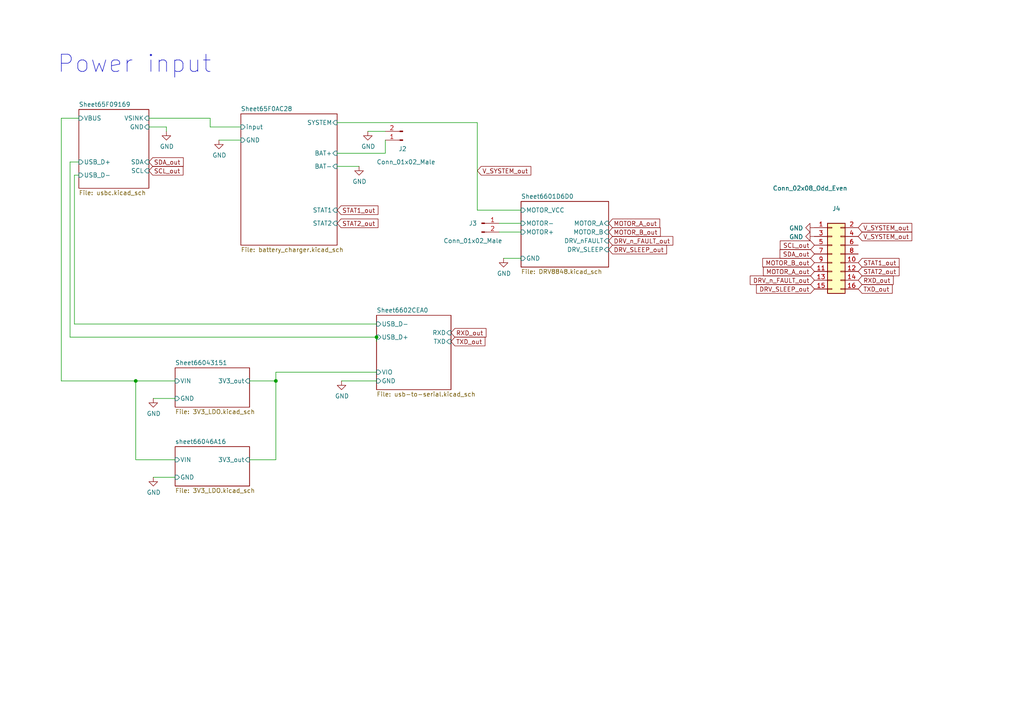
<source format=kicad_sch>
(kicad_sch (version 20231120) (generator "eeschema") (generator_version "8.0")
  (paper "A4")
  (lib_symbols
    (symbol "Connector_Generic:Conn_02x08_Odd_Even" (pin_names (offset 1.016) hide)
      (property "Reference" "J" (at 1.27 10.16 0))
      (property "Value" "Conn_02x08_Odd_Even" (at 1.27 -12.7 0))
      (symbol "Conn_02x08_Odd_Even_1_1"
        (rectangle (start -1.27 -10.033) (end 0 -10.287) (stroke (width 0.1524)))
        (rectangle (start -1.27 -7.493) (end 0 -7.747) (stroke (width 0.1524)))
        (rectangle (start -1.27 -4.953) (end 0 -5.207) (stroke (width 0.1524)))
        (rectangle (start -1.27 -2.413) (end 0 -2.667) (stroke (width 0.1524)))
        (rectangle (start -1.27 0.127) (end 0 -0.127) (stroke (width 0.1524)))
        (rectangle (start -1.27 2.667) (end 0 2.413) (stroke (width 0.1524)))
        (rectangle (start -1.27 5.207) (end 0 4.953) (stroke (width 0.1524)))
        (rectangle (start -1.27 7.747) (end 0 7.493) (stroke (width 0.1524)))
        (rectangle (start -1.27 8.89) (end 3.81 -11.43) (stroke (width 0.254)) (fill (type background)))
        (rectangle (start 3.81 -10.033) (end 2.54 -10.287) (stroke (width 0.1524)))
        (rectangle (start 3.81 -7.493) (end 2.54 -7.747) (stroke (width 0.1524)))
        (rectangle (start 3.81 -4.953) (end 2.54 -5.207) (stroke (width 0.1524)))
        (rectangle (start 3.81 -2.413) (end 2.54 -2.667) (stroke (width 0.1524)))
        (rectangle (start 3.81 0.127) (end 2.54 -0.127) (stroke (width 0.1524)))
        (rectangle (start 3.81 2.667) (end 2.54 2.413) (stroke (width 0.1524)))
        (rectangle (start 3.81 5.207) (end 2.54 4.953) (stroke (width 0.1524)))
        (rectangle (start 3.81 7.747) (end 2.54 7.493) (stroke (width 0.1524)))
        (pin passive line (at -5.08 7.62 0) (length 3.81) (name "Pin_1") (number "1"))
        (pin passive line (at 7.62 -2.54 180) (length 3.81) (name "Pin_10") (number "10"))
        (pin passive line (at -5.08 -5.08 0) (length 3.81) (name "Pin_11") (number "11"))
        (pin passive line (at 7.62 -5.08 180) (length 3.81) (name "Pin_12") (number "12"))
        (pin passive line (at -5.08 -7.62 0) (length 3.81) (name "Pin_13") (number "13"))
        (pin passive line (at 7.62 -7.62 180) (length 3.81) (name "Pin_14") (number "14"))
        (pin passive line (at -5.08 -10.16 0) (length 3.81) (name "Pin_15") (number "15"))
        (pin passive line (at 7.62 -10.16 180) (length 3.81) (name "Pin_16") (number "16"))
        (pin passive line (at 7.62 7.62 180) (length 3.81) (name "Pin_2") (number "2"))
        (pin passive line (at -5.08 5.08 0) (length 3.81) (name "Pin_3") (number "3"))
        (pin passive line (at 7.62 5.08 180) (length 3.81) (name "Pin_4") (number "4"))
        (pin passive line (at -5.08 2.54 0) (length 3.81) (name "Pin_5") (number "5"))
        (pin passive line (at 7.62 2.54 180) (length 3.81) (name "Pin_6") (number "6"))
        (pin passive line (at -5.08 0 0) (length 3.81) (name "Pin_7") (number "7"))
        (pin passive line (at 7.62 0 180) (length 3.81) (name "Pin_8") (number "8"))
        (pin passive line (at -5.08 -2.54 0) (length 3.81) (name "Pin_9") (number "9"))
      )
    )
    (symbol "jantteri_right-rescue:Conn_01x02_Male-Connector" (pin_names (offset 1.016) hide)
      (property "Reference" "J" (at 0 2.54 0))
      (property "Value" "Connector_Conn_01x02_Male" (at 0 -5.08 0))
      (symbol "Conn_01x02_Male-Connector_1_1"
        (polyline (pts (xy 1.27 -2.54) (xy 0.8636 -2.54)) (stroke (width 0.1524)))
        (polyline (pts (xy 1.27 0) (xy 0.8636 0)) (stroke (width 0.1524)))
        (rectangle (start 0.8636 -2.413) (end 0 -2.667) (stroke (width 0.1524)) (fill (type outline)))
        (rectangle (start 0.8636 0.127) (end 0 -0.127) (stroke (width 0.1524)) (fill (type outline)))
        (pin passive line (at 5.08 0 180) (length 3.81) (name "Pin_1") (number "1"))
        (pin passive line (at 5.08 -2.54 180) (length 3.81) (name "Pin_2") (number "2"))
      )
    )
    (symbol "jantteri_right-rescue:GND-power" (power) (pin_names (offset 0))
      (property "Value" "power_GND" (at 0 -3.81 0))
      (symbol "GND-power_0_1"
        (polyline (pts (xy 0 0) (xy 0 -1.27) (xy 1.27 -1.27) (xy 0 -2.54) (xy -1.27 -1.27) (xy 0 -1.27)))
      )
      (symbol "GND-power_1_1"
        (pin power_in line (at 0 0 270) (length 0) hide (name "GND") (number "1"))
      )
    )
  )
  (junction (at 109.22 97.79))
  (junction (at 80.01 110.49))
  (junction (at 39.37 110.49))
  (wire (pts (xy 144.78 64.77) (xy 151.13 64.77)))
  (wire (pts (xy 111.76 40.64) (xy 111.76 44.45)))
  (wire (pts (xy 72.39 110.49) (xy 80.01 110.49)))
  (wire (pts (xy 21.59 50.8) (xy 21.59 93.98)))
  (wire (pts (xy 44.45 138.43) (xy 50.8 138.43)))
  (wire (pts (xy 99.06 110.49) (xy 109.22 110.49)))
  (wire (pts (xy 21.59 93.98) (xy 109.22 93.98)))
  (wire (pts (xy 80.01 133.35) (xy 72.39 133.35)))
  (wire (pts (xy 22.86 50.8) (xy 21.59 50.8)))
  (wire (pts (xy 39.37 110.49) (xy 50.8 110.49)))
  (wire (pts (xy 43.18 34.29) (xy 60.96 34.29)))
  (wire (pts (xy 109.22 107.95) (xy 80.01 107.95)))
  (wire (pts (xy 20.32 46.99) (xy 22.86 46.99)))
  (wire (pts (xy 69.85 40.64) (xy 63.5 40.64)))
  (wire (pts (xy 97.79 35.56) (xy 138.43 35.56)))
  (wire (pts (xy 44.45 115.57) (xy 50.8 115.57)))
  (wire (pts (xy 80.01 110.49) (xy 80.01 133.35)))
  (wire (pts (xy 17.78 34.29) (xy 17.78 110.49)))
  (wire (pts (xy 109.22 97.79) (xy 20.32 97.79)))
  (wire (pts (xy 138.43 60.96) (xy 138.43 35.56)))
  (wire (pts (xy 80.01 107.95) (xy 80.01 110.49)))
  (wire (pts (xy 109.22 99.06) (xy 109.22 97.79)))
  (wire (pts (xy 146.05 74.93) (xy 151.13 74.93)))
  (wire (pts (xy 151.13 67.31) (xy 144.78 67.31)))
  (wire (pts (xy 60.96 36.83) (xy 69.85 36.83)))
  (wire (pts (xy 111.76 38.1) (xy 106.68 38.1)))
  (wire (pts (xy 151.13 60.96) (xy 138.43 60.96)))
  (wire (pts (xy 22.86 34.29) (xy 17.78 34.29)))
  (wire (pts (xy 60.96 34.29) (xy 60.96 36.83)))
  (wire (pts (xy 39.37 133.35) (xy 39.37 110.49)))
  (wire (pts (xy 97.79 48.26) (xy 104.14 48.26)))
  (wire (pts (xy 20.32 97.79) (xy 20.32 46.99)))
  (wire (pts (xy 48.26 36.83) (xy 48.26 38.1)))
  (wire (pts (xy 43.18 36.83) (xy 48.26 36.83)))
  (wire (pts (xy 97.79 44.45) (xy 111.76 44.45)))
  (wire (pts (xy 50.8 133.35) (xy 39.37 133.35)))
  (wire (pts (xy 17.78 110.49) (xy 39.37 110.49)))
  (text "Power input" (at 16.51 21.59 0) (effects (font (size 5.0038 5.0038)) (justify left bottom)))
  (global_label "MOTOR_A_out" (shape input) (at 236.22 78.74 180) (property "Intersheetrefs" "${INTERSHEET_REFS}" (effects (hide yes))))
  (global_label "MOTOR_B_out" (shape input) (at 236.22 76.2 180) (property "Intersheetrefs" "${INTERSHEET_REFS}" (effects (hide yes))))
  (global_label "SCL_out" (shape input) (at 236.22 71.12 180) (property "Intersheetrefs" "${INTERSHEET_REFS}" (effects (hide yes))))
  (global_label "TXD_out" (shape input) (at 130.81 99.06 0) (property "Intersheetrefs" "${INTERSHEET_REFS}" (effects (hide yes))))
  (global_label "TXD_out" (shape input) (at 248.92 83.82 0) (property "Intersheetrefs" "${INTERSHEET_REFS}" (effects (hide yes))))
  (global_label "DRV_SLEEP_out" (shape input) (at 236.22 83.82 180) (property "Intersheetrefs" "${INTERSHEET_REFS}" (effects (hide yes))))
  (global_label "SDA_out" (shape input) (at 236.22 73.66 180) (property "Intersheetrefs" "${INTERSHEET_REFS}" (effects (hide yes))))
  (global_label "SCL_out" (shape input) (at 43.18 49.53 0) (property "Intersheetrefs" "${INTERSHEET_REFS}" (effects (hide yes))))
  (global_label "STAT2_out" (shape input) (at 97.79 64.77 0) (property "Intersheetrefs" "${INTERSHEET_REFS}" (effects (hide yes))))
  (global_label "RXD_out" (shape input) (at 130.81 96.52 0) (property "Intersheetrefs" "${INTERSHEET_REFS}" (effects (hide yes))))
  (global_label "STAT1_out" (shape input) (at 248.92 76.2 0) (property "Intersheetrefs" "${INTERSHEET_REFS}" (effects (hide yes))))
  (global_label "DRV_n_FAULT_out" (shape input) (at 236.22 81.28 180) (property "Intersheetrefs" "${INTERSHEET_REFS}" (effects (hide yes))))
  (global_label "RXD_out" (shape input) (at 248.92 81.28 0) (property "Intersheetrefs" "${INTERSHEET_REFS}" (effects (hide yes))))
  (global_label "V_SYSTEM_out" (shape input) (at 248.92 68.58 0) (property "Intersheetrefs" "${INTERSHEET_REFS}" (effects (hide yes))))
  (global_label "MOTOR_B_out" (shape input) (at 176.53 67.31 0) (property "Intersheetrefs" "${INTERSHEET_REFS}" (effects (hide yes))))
  (global_label "STAT2_out" (shape input) (at 248.92 78.74 0) (property "Intersheetrefs" "${INTERSHEET_REFS}" (effects (hide yes))))
  (global_label "DRV_SLEEP_out" (shape input) (at 176.53 72.39 0) (property "Intersheetrefs" "${INTERSHEET_REFS}" (effects (hide yes))))
  (global_label "SDA_out" (shape input) (at 43.18 46.99 0) (property "Intersheetrefs" "${INTERSHEET_REFS}" (effects (hide yes))))
  (global_label "DRV_n_FAULT_out" (shape input) (at 176.53 69.85 0) (property "Intersheetrefs" "${INTERSHEET_REFS}" (effects (hide yes))))
  (global_label "MOTOR_A_out" (shape input) (at 176.53 64.77 0) (property "Intersheetrefs" "${INTERSHEET_REFS}" (effects (hide yes))))
  (global_label "STAT1_out" (shape input) (at 97.79 60.96 0) (property "Intersheetrefs" "${INTERSHEET_REFS}" (effects (hide yes))))
  (global_label "V_SYSTEM_out" (shape input) (at 248.92 66.04 0) (property "Intersheetrefs" "${INTERSHEET_REFS}" (effects (hide yes))))
  (global_label "V_SYSTEM_out" (shape input) (at 138.43 49.53 0) (property "Intersheetrefs" "${INTERSHEET_REFS}" (effects (hide yes))))
  (symbol (lib_id "jantteri_right-rescue:Conn_01x02_Male-Connector") (at 116.84 40.64 180) (unit 1)
    (property "Reference" "J2" (at 115.57 43.18 0) (effects (justify right)))
    (property "Value" "Conn_01x02_Male" (at 109.22 46.99 0) (effects (justify right)))
    (property "Footprint" "Connector_JST2:JST_VH_B2P-VH-B_1x02_P3.96mm_Vertical" (effects (hide yes)))
    (property "LCSC" "C160315" (effects (hide yes)))
  )
  (symbol (lib_id "jantteri_right-rescue:GND-power") (at 104.14 48.26 0) (unit 1)
    (property "Reference" "#PWR0101" (effects (hide yes)))
    (property "Value" "GND" (at 104.267 52.6542 0))
  )
  (symbol (lib_id "jantteri_right-rescue:GND-power") (at 48.26 38.1 0) (unit 1)
    (property "Reference" "#PWR0102" (effects (hide yes)))
    (property "Value" "GND" (at 48.387 42.4942 0))
  )
  (symbol (lib_id "jantteri_right-rescue:GND-power") (at 106.68 38.1 0) (unit 1)
    (property "Reference" "#PWR0103" (effects (hide yes)))
    (property "Value" "GND" (at 106.807 42.4942 0))
  )
  (symbol (lib_id "jantteri_right-rescue:Conn_01x02_Male-Connector") (at 139.7 64.77 0) (unit 1)
    (property "Reference" "J3" (at 137.16 64.77 0))
    (property "Value" "Conn_01x02_Male" (at 137.16 69.85 0))
    (property "Footprint" "Connector_JST2:JST_VH_B2P-VH-B_1x02_P3.96mm_Vertical" (effects (hide yes)))
    (property "LCSC" "C160315" (effects (hide yes)))
  )
  (symbol (lib_id "jantteri_right-rescue:GND-power") (at 146.05 74.93 0) (unit 1)
    (property "Reference" "#PWR0105" (effects (hide yes)))
    (property "Value" "GND" (at 146.177 79.3242 0))
  )
  (symbol (lib_id "jantteri_right-rescue:GND-power") (at 63.5 40.64 0) (unit 1)
    (property "Reference" "#PWR0106" (effects (hide yes)))
    (property "Value" "GND" (at 63.627 45.0342 0))
  )
  (symbol (lib_id "jantteri_right-rescue:GND-power") (at 99.06 110.49 0) (unit 1)
    (property "Reference" "#PWR0107" (effects (hide yes)))
    (property "Value" "GND" (at 99.187 114.8842 0))
  )
  (symbol (lib_id "jantteri_right-rescue:GND-power") (at 44.45 115.57 0) (unit 1)
    (property "Reference" "#PWR0108" (effects (hide yes)))
    (property "Value" "GND" (at 44.577 119.9642 0))
  )
  (symbol (lib_id "jantteri_right-rescue:GND-power") (at 44.45 138.43 0) (unit 1)
    (property "Reference" "#PWR0109" (effects (hide yes)))
    (property "Value" "GND" (at 44.577 142.8242 0))
  )
  (symbol (lib_id "jantteri_right-rescue:GND-power") (at 236.22 66.04 270) (unit 1)
    (property "Reference" "#PWR0110" (effects (hide yes)))
    (property "Value" "GND" (at 232.9688 66.167 90) (effects (justify right)))
  )
  (symbol (lib_id "jantteri_right-rescue:GND-power") (at 236.22 68.58 270) (unit 1)
    (property "Reference" "#PWR0104" (effects (hide yes)))
    (property "Value" "GND" (at 232.9688 68.707 90) (effects (justify right)))
  )
  (symbol (lib_id "Connector_Generic:Conn_02x08_Odd_Even") (at 241.3 73.66 0) (unit 1)
    (property "Reference" "J4" (at 242.57 60.5282 0))
    (property "Value" "Conn_02x08_Odd_Even" (at 234.95 54.61 0))
    (property "Footprint" "Connector_PinHeader_1.27mm:PinHeader_2x08_P1.27mm_Vertical_SMD" (effects (hide yes)))
    (property "LCSC" "C178295" (effects (hide yes)))
  )
  (sheet (at 22.86 31.75) (size 20.32 22.86)
    (property "Sheetname" "Sheet65F09169" (at 22.86 31.0384 0) (effects (justify left bottom)))
    (property "Sheetfile" "usbc.kicad_sch" (at 22.86 55.1946 0) (effects (justify left top)))
    (pin "SDA" input (at 43.18 46.99 0))
    (pin "SCL" input (at 43.18 49.53 0))
    (pin "GND" input (at 43.18 36.83 0))
    (pin "VBUS" input (at 22.86 34.29 180))
    (pin "VSINK" input (at 43.18 34.29 0))
    (pin "USB_D-" input (at 22.86 50.8 180))
    (pin "USB_D+" input (at 22.86 46.99 180))
  )
  (sheet (at 69.85 33.02) (size 27.94 38.1)
    (property "Sheetname" "Sheet65F0AC28" (at 69.85 32.3084 0) (effects (justify left bottom)))
    (property "Sheetfile" "battery_charger.kicad_sch" (at 69.85 71.7046 0) (effects (justify left top)))
    (pin "GND" input (at 69.85 40.64 180))
    (pin "SYSTEM" input (at 97.79 35.56 0))
    (pin "BAT+" input (at 97.79 44.45 0))
    (pin "BAT-" input (at 97.79 48.26 0))
    (pin "input" input (at 69.85 36.83 180))
    (pin "STAT1" input (at 97.79 60.96 0))
    (pin "STAT2" input (at 97.79 64.77 0))
  )
  (sheet (at 151.13 58.42) (size 25.4 19.05)
    (property "Sheetname" "Sheet6601D6D0" (at 151.13 57.7084 0) (effects (justify left bottom)))
    (property "Sheetfile" "DRV8848.kicad_sch" (at 151.13 78.0546 0) (effects (justify left top)))
    (pin "GND" input (at 151.13 74.93 180))
    (pin "DRV_SLEEP" input (at 176.53 72.39 0))
    (pin "MOTOR_A" input (at 176.53 64.77 0))
    (pin "MOTOR_B" input (at 176.53 67.31 0))
    (pin "MOTOR+" input (at 151.13 67.31 180))
    (pin "MOTOR-" input (at 151.13 64.77 180))
    (pin "MOTOR_VCC" input (at 151.13 60.96 180))
    (pin "DRV_nFAULT" input (at 176.53 69.85 0))
  )
  (sheet (at 109.22 91.44) (size 21.59 21.59)
    (property "Sheetname" "Sheet6602CEA0" (at 109.22 90.7284 0) (effects (justify left bottom)))
    (property "Sheetfile" "usb-to-serial.kicad_sch" (at 109.22 113.6146 0) (effects (justify left top)))
    (pin "RXD" input (at 130.81 96.52 0))
    (pin "TXD" input (at 130.81 99.06 0))
    (pin "GND" input (at 109.22 110.49 180))
    (pin "VIO" input (at 109.22 107.95 180))
    (pin "USB_D+" input (at 109.22 97.79 180))
    (pin "USB_D-" input (at 109.22 93.98 180))
  )
  (sheet (at 50.8 106.68) (size 21.59 11.43)
    (property "Sheetname" "Sheet66043151" (at 50.8 105.9684 0) (effects (justify left bottom)))
    (property "Sheetfile" "3V3_LDO.kicad_sch" (at 50.8 118.6946 0) (effects (justify left top)))
    (pin "VIN" input (at 50.8 110.49 180))
    (pin "3V3_out" input (at 72.39 110.49 0))
    (pin "GND" input (at 50.8 115.57 180))
  )
  (sheet (at 50.8 129.54) (size 21.59 11.43)
    (property "Sheetname" "sheet66046A16" (at 50.8 128.8284 0) (effects (justify left bottom)))
    (property "Sheetfile" "3V3_LDO.kicad_sch" (at 50.8 141.5546 0) (effects (justify left top)))
    (pin "VIN" input (at 50.8 133.35 180))
    (pin "3V3_out" input (at 72.39 133.35 0))
    (pin "GND" input (at 50.8 138.43 180))
  )
)
</source>
